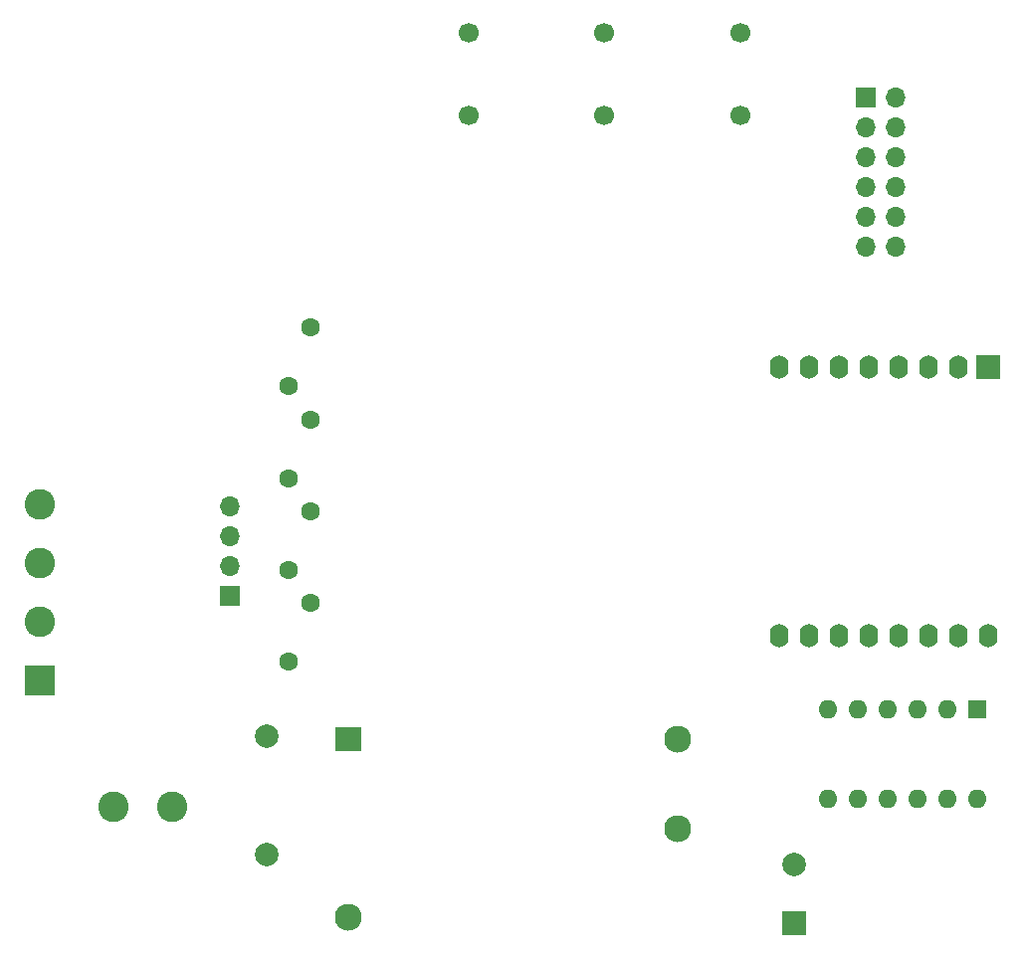
<source format=gbs>
G04 #@! TF.GenerationSoftware,KiCad,Pcbnew,(5.1.10)-1*
G04 #@! TF.CreationDate,2021-08-26T19:54:54+02:00*
G04 #@! TF.ProjectId,CT_Sensor_Mains,43545f53-656e-4736-9f72-5f4d61696e73,rev?*
G04 #@! TF.SameCoordinates,Original*
G04 #@! TF.FileFunction,Soldermask,Bot*
G04 #@! TF.FilePolarity,Negative*
%FSLAX46Y46*%
G04 Gerber Fmt 4.6, Leading zero omitted, Abs format (unit mm)*
G04 Created by KiCad (PCBNEW (5.1.10)-1) date 2021-08-26 19:54:54*
%MOMM*%
%LPD*%
G01*
G04 APERTURE LIST*
%ADD10O,1.600000X2.000000*%
%ADD11R,2.000000X2.000000*%
%ADD12C,2.600000*%
%ADD13R,2.600000X2.600000*%
%ADD14O,1.600000X1.600000*%
%ADD15R,1.600000X1.600000*%
%ADD16C,1.600000*%
%ADD17O,1.700000X1.700000*%
%ADD18R,1.700000X1.700000*%
%ADD19C,2.300000*%
%ADD20R,2.300000X2.000000*%
%ADD21C,1.700000*%
%ADD22C,2.000000*%
G04 APERTURE END LIST*
D10*
X130650000Y-109835000D03*
X128110000Y-109835000D03*
X125570000Y-109835000D03*
X123030000Y-109835000D03*
X120490000Y-109835000D03*
X117950000Y-109835000D03*
X115410000Y-109835000D03*
X112870000Y-109835000D03*
X112870000Y-86975000D03*
X115410000Y-86975000D03*
X117950000Y-86975000D03*
X120490000Y-86975000D03*
X123030000Y-86975000D03*
X125570000Y-86975000D03*
D11*
X130650000Y-86975000D03*
D10*
X128110000Y-86975000D03*
D12*
X49925000Y-98600000D03*
X49925000Y-103600000D03*
X49925000Y-108600000D03*
D13*
X49925000Y-113600000D03*
D14*
X129650000Y-123670000D03*
X116950000Y-116050000D03*
X127110000Y-123670000D03*
X119490000Y-116050000D03*
X124570000Y-123670000D03*
X122030000Y-116050000D03*
X122030000Y-123670000D03*
X124570000Y-116050000D03*
X119490000Y-123670000D03*
X127110000Y-116050000D03*
X116950000Y-123670000D03*
D15*
X129650000Y-116050000D03*
D16*
X72925000Y-107000000D03*
X71125000Y-112000000D03*
D17*
X122725000Y-76705000D03*
X120185000Y-76705000D03*
X122725000Y-74165000D03*
X120185000Y-74165000D03*
X122725000Y-71625000D03*
X120185000Y-71625000D03*
X122725000Y-69085000D03*
X120185000Y-69085000D03*
X122725000Y-66545000D03*
X120185000Y-66545000D03*
X122725000Y-64005000D03*
D18*
X120185000Y-64005000D03*
D17*
X66125000Y-98780000D03*
X66125000Y-101320000D03*
X66125000Y-103860000D03*
D18*
X66125000Y-106400000D03*
D16*
X72925000Y-83600000D03*
X71125000Y-88600000D03*
X72925000Y-91400000D03*
X71125000Y-96400000D03*
X72925000Y-99200000D03*
X71125000Y-104200000D03*
D19*
X104200000Y-126200000D03*
X76200000Y-133800000D03*
D20*
X76200000Y-118600000D03*
D19*
X104200000Y-118600000D03*
D12*
X61200000Y-124400000D03*
X56200000Y-124400000D03*
D21*
X109525000Y-65500000D03*
X109525000Y-58500000D03*
X97955000Y-65520000D03*
X97955000Y-58520000D03*
X86405000Y-65520000D03*
X86405000Y-58520000D03*
D22*
X114100000Y-129300000D03*
D11*
X114100000Y-134300000D03*
D22*
X69200000Y-118400000D03*
X69200000Y-128400000D03*
M02*

</source>
